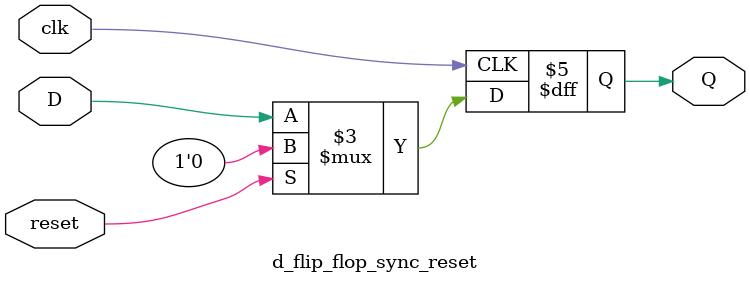
<source format=sv>
module d_flip_flop_sync_reset (
    input  logic D,
    input  logic clk,
    input  logic reset,
    output logic Q
);

    always_ff @(posedge clk) begin
        if (reset)
            Q <= 0;
        else
            Q <= D;
    end

endmodule


</source>
